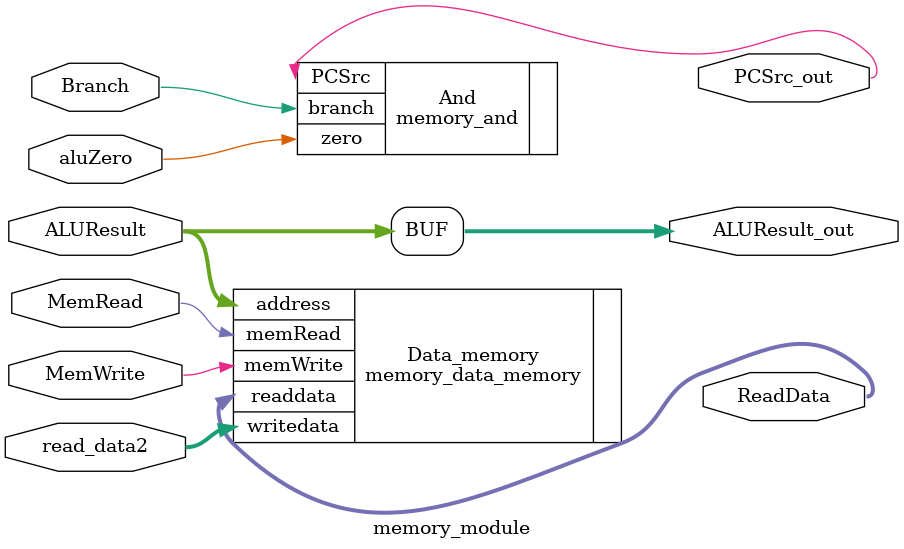
<source format=v>
`timescale 1ns / 1ps
module memory_module(ALUResult, read_data2, aluZero,
							MemRead, MemWrite, Branch,
							ReadData,PCSrc_out, ALUResult_out);
	
	input MemRead, MemWrite, Branch;
	input aluZero;
	input [31:0] read_data2, ALUResult;
	
	output [31:0] ReadData, ALUResult_out;
	output PCSrc_out;
	
	assign ALUResult_out = ALUResult;

	memory_and And (
    .branch(Branch), 
    .zero(aluZero), 
    .PCSrc(PCSrc_out)
    );
	 
	memory_data_memory Data_memory (
    .memWrite(MemWrite), 
    .memRead(MemRead), 
    .address(ALUResult), 
    .writedata(read_data2), 
    .readdata(ReadData)
    );

endmodule

</source>
